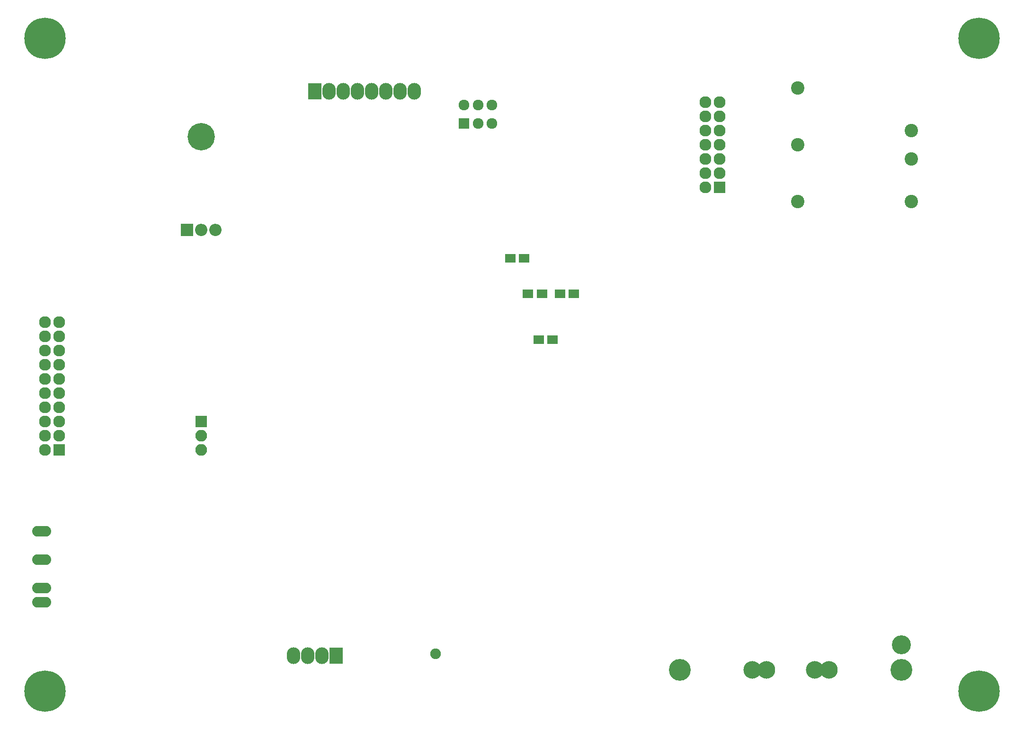
<source format=gbr>
G04 #@! TF.FileFunction,Soldermask,Bot*
%FSLAX46Y46*%
G04 Gerber Fmt 4.6, Leading zero omitted, Abs format (unit mm)*
G04 Created by KiCad (PCBNEW 4.0.2-stable) date 3/28/2017 11:01:16 AM*
%MOMM*%
G01*
G04 APERTURE LIST*
%ADD10C,0.100000*%
%ADD11O,3.400000X1.900000*%
%ADD12C,1.900000*%
%ADD13R,1.900000X1.650000*%
%ADD14C,2.400000*%
%ADD15R,1.924000X1.924000*%
%ADD16C,1.924000*%
%ADD17R,2.100000X2.100000*%
%ADD18O,2.100000X2.100000*%
%ADD19R,2.400000X3.000000*%
%ADD20O,2.400000X3.000000*%
%ADD21R,2.127200X2.127200*%
%ADD22O,2.127200X2.127200*%
%ADD23C,3.150000*%
%ADD24C,3.900000*%
%ADD25C,3.400000*%
%ADD26C,7.400000*%
%ADD27C,4.900000*%
%ADD28R,2.200000X2.200000*%
%ADD29O,2.200000X2.200000*%
G04 APERTURE END LIST*
D10*
D11*
X34925000Y-135255000D03*
X34925000Y-132715000D03*
X34925000Y-127635000D03*
X34925000Y-122555000D03*
D12*
X105410000Y-144495000D03*
D13*
X121265000Y-73660000D03*
X118765000Y-73660000D03*
D14*
X170180000Y-53340000D03*
X170180000Y-63500000D03*
X170180000Y-43180000D03*
X190500000Y-63500000D03*
X190500000Y-55880000D03*
X190500000Y-50800000D03*
D15*
X110490000Y-49530000D03*
D16*
X112990000Y-49530000D03*
X115490000Y-49530000D03*
X110490000Y-46230000D03*
X112990000Y-46230000D03*
X115490000Y-46230000D03*
D17*
X63500000Y-102870000D03*
D18*
X63500000Y-105410000D03*
X63500000Y-107950000D03*
D19*
X83820000Y-43815000D03*
D20*
X86360000Y-43815000D03*
X88900000Y-43815000D03*
X91440000Y-43815000D03*
X93980000Y-43815000D03*
X96520000Y-43815000D03*
X99060000Y-43815000D03*
X101600000Y-43815000D03*
D21*
X38100000Y-107950000D03*
D22*
X35560000Y-107950000D03*
X38100000Y-105410000D03*
X35560000Y-105410000D03*
X38100000Y-102870000D03*
X35560000Y-102870000D03*
X38100000Y-100330000D03*
X35560000Y-100330000D03*
X38100000Y-97790000D03*
X35560000Y-97790000D03*
X38100000Y-95250000D03*
X35560000Y-95250000D03*
X38100000Y-92710000D03*
X35560000Y-92710000D03*
X38100000Y-90170000D03*
X35560000Y-90170000D03*
X38100000Y-87630000D03*
X35560000Y-87630000D03*
X38100000Y-85090000D03*
X35560000Y-85090000D03*
D21*
X156210000Y-60960000D03*
D22*
X153670000Y-60960000D03*
X156210000Y-58420000D03*
X153670000Y-58420000D03*
X156210000Y-55880000D03*
X153670000Y-55880000D03*
X156210000Y-53340000D03*
X153670000Y-53340000D03*
X156210000Y-50800000D03*
X153670000Y-50800000D03*
X156210000Y-48260000D03*
X153670000Y-48260000D03*
X156210000Y-45720000D03*
X153670000Y-45720000D03*
D19*
X87630000Y-144780000D03*
D20*
X85090000Y-144780000D03*
X82550000Y-144780000D03*
X80010000Y-144780000D03*
D23*
X175770000Y-147320000D03*
X173230000Y-147320000D03*
X162050000Y-147320000D03*
X164590000Y-147320000D03*
D24*
X188720000Y-147320000D03*
X149100000Y-147320000D03*
D25*
X188720000Y-142870000D03*
D13*
X130155000Y-80010000D03*
X127655000Y-80010000D03*
X121940000Y-80010000D03*
X124440000Y-80010000D03*
X123845000Y-88265000D03*
X126345000Y-88265000D03*
D26*
X202565000Y-151130000D03*
X35560000Y-151130000D03*
X35560000Y-34290000D03*
X202565000Y-34290000D03*
D27*
X63500000Y-51920000D03*
D28*
X60960000Y-68580000D03*
D29*
X63500000Y-68580000D03*
X66040000Y-68580000D03*
M02*

</source>
